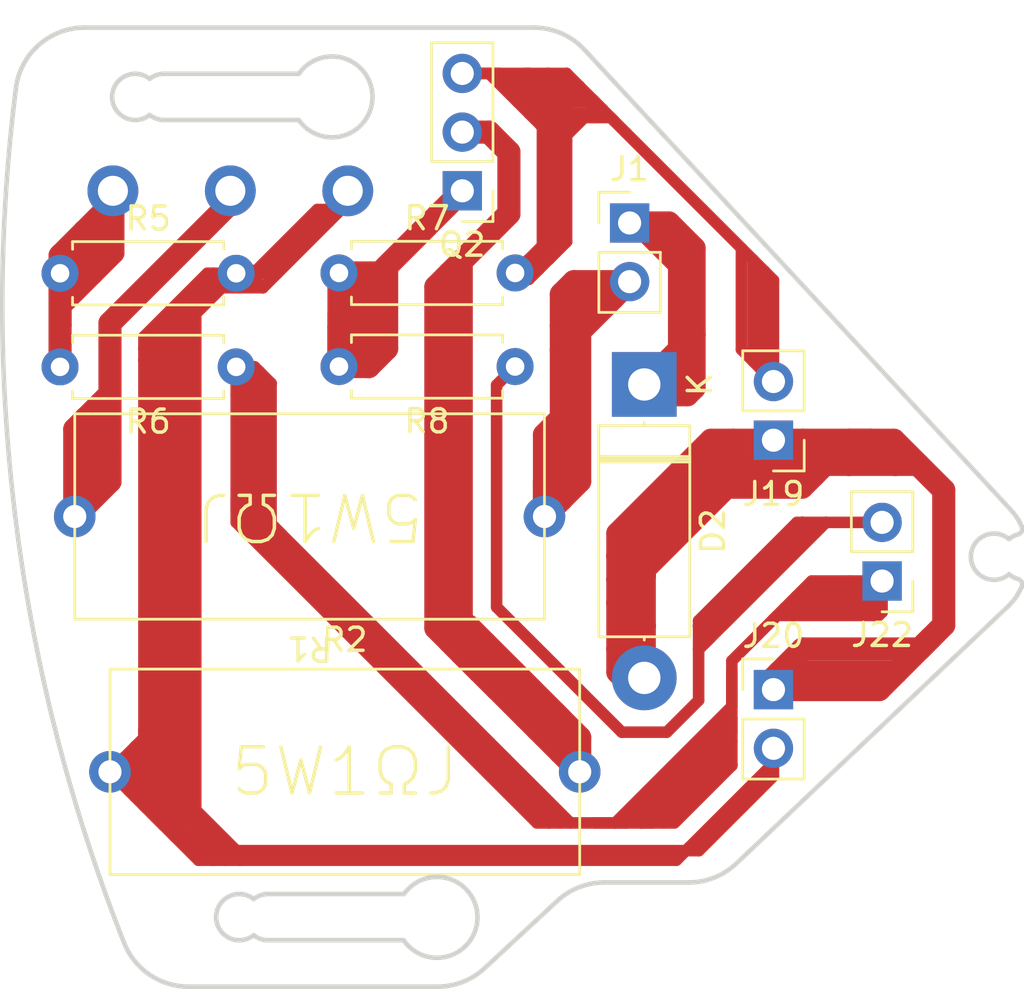
<source format=kicad_pcb>
(kicad_pcb (version 20221018) (generator pcbnew)
  (layers (0 "F.Cu" signal) (31 "B.Cu" signal) (34 "B.Paste" user) (35 "F.Paste" user) (36 "B.SilkS" user "B.Silkscreen") (37 "F.SilkS" user "F.Silkscreen") (38 "B.Mask" user) (39 "F.Mask" user) (44 "Edge.Cuts" user))
  (net 0 "")
  (net 1 "OUT+")
  (net 2 "capa-")
  (net 3 "Net-(D2-K)")
  (net 4 "Net-(J1-Pin_2)")
  (net 5 "OUT-")
  (net 6 "D2")
  (net 7 "D3")
  (net 8 "Net-(Q1-G)")
  (net 9 "Net-(Q1-D)")
  (net 10 "Net-(Q2-G)")
  (net 11 "Net-(Q2-D)")
  (footprint "Connector_PinHeader_2.54mm:PinHeader_1x02_P2.54mm_Vertical" (layer "F.Cu") (at 154.432 107.061 180)
    (fp_text reference "J22" (at 0 -2.33) (layer "F.SilkS"))
    (fp_text value "Conn_01x02_Socket" hide)
    (pad "1" thru_hole rect (at 0 0 180) (size 1.7 1.7) (drill 1) (layers "*.Cu" "*.Mask") (net 6 "D2"))
    (pad "2" thru_hole oval (at 0 2.54 180) (size 1.7 1.7) (drill 1) (layers "*.Cu" "*.Mask") (net 7 "D3"))
  )
  (footprint "_Others:5W 1Ω sement" (layer "F.Cu") (at 131.191 110.236)
    (fp_text reference "R2" (at 0 -0.635 unlocked) (layer "F.SilkS"))
    (fp_text value "R")
    (fp_text user "5W1ΩJ" (at 0 5.08 unlocked) (layer "F.SilkS") (effects (font (size 2 2))))
    (pad "1" thru_hole circle (at 10.16 5.08 180) (size 1.8 1.8) (drill 1) (layers "*.Cu" "*.Mask") (net 11 "Net-(Q2-D)"))
    (pad "2" thru_hole circle (at -10.16 5.08 180) (size 1.8 1.8) (drill 1) (layers "*.Cu" "*.Mask") (net 2 "capa-"))
  )
  (footprint "可変抵抗:FET" (layer "F.Cu") (at 126.238 85.09)
    (fp_text reference "Q1" hide)
    (fp_text value "Q_NMOS_GDS" hide)
    (pad "1" thru_hole circle (at -5.08 5.08) (size 2.2 2.2) (drill 1.3) (layers "*.Cu" "*.Mask") (net 8 "Net-(Q1-G)"))
    (pad "2" thru_hole circle (at 0 5.08) (size 2.2 2.2) (drill 1.3) (layers "*.Cu" "*.Mask") (net 9 "Net-(Q1-D)"))
    (pad "3" thru_hole circle (at 5.08 5.08) (size 2.2 2.2) (drill 1.3) (layers "*.Cu" "*.Mask") (net 2 "capa-"))
  )
  (footprint "Connector_PinHeader_2.54mm:PinHeader_1x02_P2.54mm_Vertical" (layer "F.Cu") (at 149.733 111.76)
    (fp_text reference "J20" (at 0 -2.33) (layer "F.SilkS"))
    (fp_text value "Conn_01x02_Socket" hide)
    (pad "1" thru_hole rect (at 0 0) (size 1.7 1.7) (drill 1) (layers "*.Cu" "*.Mask") (net 1 "OUT+"))
    (pad "2" thru_hole oval (at 0 2.54) (size 1.7 1.7) (drill 1) (layers "*.Cu" "*.Mask") (net 2 "capa-"))
  )
  (footprint "Resistor_THT:R_Axial_DIN0207_L6.3mm_D2.5mm_P7.62mm_Horizontal" (layer "F.Cu") (at 130.937 93.726)
    (fp_text reference "R7" (at 3.81 -2.37) (layer "F.SilkS"))
    (fp_text value "R")
    (pad "1" thru_hole circle (at 0 0) (size 1.6 1.6) (drill 0.8) (layers "*.Cu" "*.Mask") (net 10 "Net-(Q2-G)"))
    (pad "2" thru_hole oval (at 7.62 0) (size 1.6 1.6) (drill 0.8) (layers "*.Cu" "*.Mask") (net 5 "OUT-"))
  )
  (footprint "Connector_PinHeader_2.54mm:PinHeader_1x02_P2.54mm_Vertical" (layer "F.Cu") (at 143.51 91.562)
    (fp_text reference "J1" (at 0 -2.33) (layer "F.SilkS"))
    (fp_text value "Conn_01x02_Socket")
    (pad "1" thru_hole rect (at 0 0) (size 1.7 1.7) (drill 1) (layers "*.Cu" "*.Mask") (net 3 "Net-(D2-K)"))
    (pad "2" thru_hole oval (at 0 2.54) (size 1.7 1.7) (drill 1) (layers "*.Cu" "*.Mask") (net 4 "Net-(J1-Pin_2)"))
  )
  (footprint "Resistor_THT:R_Axial_DIN0207_L6.3mm_D2.5mm_P7.62mm_Horizontal" (layer "F.Cu") (at 126.492 97.79 180)
    (fp_text reference "R6" (at 3.81 -2.37) (layer "F.SilkS"))
    (fp_text value "R")
    (pad "1" thru_hole circle (at 0 0 180) (size 1.6 1.6) (drill 0.8) (layers "*.Cu" "*.Mask") (net 6 "D2"))
    (pad "2" thru_hole oval (at 7.62 0 180) (size 1.6 1.6) (drill 0.8) (layers "*.Cu" "*.Mask") (net 8 "Net-(Q1-G)"))
  )
  (footprint "Resistor_THT:R_Axial_DIN0207_L6.3mm_D2.5mm_P7.62mm_Horizontal" (layer "F.Cu") (at 138.557 97.776 180)
    (fp_text reference "R8" (at 3.81 -2.37) (layer "F.SilkS"))
    (fp_text value "R")
    (pad "1" thru_hole circle (at 0 0 180) (size 1.6 1.6) (drill 0.8) (layers "*.Cu" "*.Mask") (net 7 "D3"))
    (pad "2" thru_hole oval (at 7.62 0 180) (size 1.6 1.6) (drill 0.8) (layers "*.Cu" "*.Mask") (net 10 "Net-(Q2-G)"))
  )
  (footprint "_Others:5W 1Ω sement" (layer "F.Cu") (at 129.667 109.347 180)
    (fp_text reference "R1" (at 0 -0.635 180 unlocked) (layer "F.SilkS"))
    (fp_text value "R")
    (fp_text user "5W1ΩJ" (at 0 5.08 180 unlocked) (layer "F.SilkS") (effects (font (size 2 2))))
    (pad "1" thru_hole circle (at 10.16 5.08) (size 1.8 1.8) (drill 1) (layers "*.Cu" "*.Mask") (net 9 "Net-(Q1-D)"))
    (pad "2" thru_hole circle (at -10.16 5.08) (size 1.8 1.8) (drill 1) (layers "*.Cu" "*.Mask") (net 4 "Net-(J1-Pin_2)"))
  )
  (footprint "Connector_PinHeader_2.54mm:PinHeader_1x02_P2.54mm_Vertical" (layer "F.Cu") (at 149.733 100.965 180)
    (fp_text reference "J19" (at 0 -2.33) (layer "F.SilkS"))
    (fp_text value "Conn_01x02_Socket" hide)
    (pad "1" thru_hole rect (at 0 0 180) (size 1.7 1.7) (drill 1) (layers "*.Cu" "*.Mask") (net 1 "OUT+"))
    (pad "2" thru_hole oval (at 0 2.54 180) (size 1.7 1.7) (drill 1) (layers "*.Cu" "*.Mask") (net 5 "OUT-"))
  )
  (footprint "Resistor_THT:R_Axial_DIN0207_L6.3mm_D2.5mm_P7.62mm_Horizontal" (layer "F.Cu") (at 118.872 93.74)
    (fp_text reference "R5" (at 3.81 -2.37) (layer "F.SilkS"))
    (fp_text value "R")
    (pad "1" thru_hole circle (at 0 0) (size 1.6 1.6) (drill 0.8) (layers "*.Cu" "*.Mask") (net 8 "Net-(Q1-G)"))
    (pad "2" thru_hole oval (at 7.62 0) (size 1.6 1.6) (drill 0.8) (layers "*.Cu" "*.Mask") (net 2 "capa-"))
  )
  (footprint "Diode_THT:D_5W_P12.70mm_Horizontal" (layer "F.Cu") (at 144.145 98.552 -90)
    (fp_text reference "D2" (at 6.35 -2.97 90) (layer "F.SilkS"))
    (fp_text value "D")
    (fp_text user "K" (at 0 -2.4 90) (layer "F.SilkS"))
    (pad "1" thru_hole rect (at 0 0 270) (size 2.8 2.8) (drill 1.4) (layers "*.Cu" "*.Mask") (net 3 "Net-(D2-K)"))
    (pad "2" thru_hole oval (at 12.7 0 270) (size 2.8 2.8) (drill 1.4) (layers "*.Cu" "*.Mask") (net 1 "OUT+"))
  )
  (footprint "Connector_PinHeader_2.54mm:PinHeader_1x03_P2.54mm_Vertical" (layer "F.Cu") (at 136.271 90.17 180)
    (fp_text reference "Q2" (at 0 -2.33) (layer "F.SilkS"))
    (fp_text value "Q_NMOS_GDS")
    (pad "1" thru_hole rect (at 0 0 180) (size 1.7 1.7) (drill 1) (layers "*.Cu" "*.Mask") (net 10 "Net-(Q2-G)"))
    (pad "2" thru_hole oval (at 0 2.54 180) (size 1.7 1.7) (drill 1) (layers "*.Cu" "*.Mask") (net 11 "Net-(Q2-D)"))
    (pad "3" thru_hole oval (at 0 5.08 180) (size 1.7 1.7) (drill 1) (layers "*.Cu" "*.Mask") (net 5 "OUT-"))
  )
  (gr_arc (start 160.285124 107.668722) (mid 160.082508 107.938715) (end 159.850853 108.184246) (stroke (width 0.2)) (layer "Edge.Cuts"))
  (gr_arc (start 133.749618 120.605624) (mid 136.928575 121.628167) (end 133.735465 122.605624) (stroke (width 0.2)) (layer "Edge.Cuts"))
  (gr_arc (start 160.310808 106.97046) (mid 160.472764 107.108496) (end 160.469769 107.321309) (stroke (width 0.2)) (layer "Edge.Cuts"))
  (gr_arc (start 159.923665 105.245691) (mid 160.10588 105.121783) (end 160.310808 105.04079) (stroke (width 0.2)) (layer "Edge.Cuts"))
  (gr_arc (start 127.248665 120.825) (mid 127.484035 120.684653) (end 127.748665 120.613468) (stroke (width 0.2)) (layer "Edge.Cuts"))
  (gr_line (start 139.358728 83.105625) (end 119.938379 83.105625) (stroke (width 0.2)) (layer "Edge.Cuts"))
  (gr_arc (start 148.12934 119.283938) (mid 147.176781 119.89265) (end 146.066586 120.105625) (stroke (width 0.2)) (layer "Edge.Cuts"))
  (gr_line (start 148.12934 119.283938) (end 159.850853 108.184246) (stroke (width 0.2)) (layer "Edge.Cuts"))
  (gr_arc (start 123.373663 87.105625) (mid 123.042473 87.049189) (end 122.748664 86.886251) (stroke (width 0.2)) (layer "Edge.Cuts"))
  (gr_arc (start 160.469769 104.689941) (mid 160.472837 104.902787) (end 160.310808 105.04079) (stroke (width 0.2)) (layer "Edge.Cuts"))
  (gr_arc (start 124.431814 124.615787) (mid 122.745689 124.097072) (end 121.64257 122.720377) (stroke (width 0.2)) (layer "Edge.Cuts"))
  (gr_arc (start 160.310808 106.97046) (mid 160.10588 106.889467) (end 159.923665 106.765559) (stroke (width 0.2)) (layer "Edge.Cuts"))
  (gr_line (start 159.989207 103.967521) (end 141.559836 84.067213) (stroke (width 0.2)) (layer "Edge.Cuts"))
  (gr_line (start 127.741699 122.605624) (end 133.735465 122.605624) (stroke (width 0.2)) (layer "Edge.Cuts"))
  (gr_arc (start 160.469769 107.321309) (mid 160.395518 107.463662) (end 160.313762 107.601841) (stroke (width 0.2)) (layer "Edge.Cuts"))
  (gr_line (start 127.748665 122.597781) (end 127.741699 122.605624) (stroke (width 0.2)) (layer "Edge.Cuts"))
  (gr_line (start 160.469769 104.689941) (end 160.37561 104.512346) (stroke (width 0.2)) (layer "Edge.Cuts"))
  (gr_arc (start 129.201596 85.105625) (mid 132.387786 86.105625) (end 129.201597 87.105625) (stroke (width 0.2)) (layer "Edge.Cuts"))
  (gr_arc (start 116.961908 85.730625) (mid 117.954066 83.85563) (end 119.938379 83.105625) (stroke (width 0.2)) (layer "Edge.Cuts"))
  (gr_arc (start 127.748665 122.597781) (mid 127.484035 122.526596) (end 127.248665 122.386249) (stroke (width 0.2)) (layer "Edge.Cuts"))
  (gr_line (start 137.236319 123.816895) (end 140.381147 120.904518) (stroke (width 0.2)) (layer "Edge.Cuts"))
  (gr_line (start 160.37561 104.512346) (end 160.386175 104.505933) (stroke (width 0.2)) (layer "Edge.Cuts"))
  (gr_line (start 124.431814 124.615787) (end 135.197907 124.615787) (stroke (width 0.2)) (layer "Edge.Cuts"))
  (gr_arc (start 160.313762 107.601841) (mid 160.302518 107.636599) (end 160.285124 107.668722) (stroke (width 0.2)) (layer "Edge.Cuts"))
  (gr_line (start 133.749618 120.605624) (end 127.741699 120.605624) (stroke (width 0.2)) (layer "Edge.Cuts"))
  (gr_arc (start 159.923665 106.765559) (mid 158.273664 106.005625) (end 159.923665 105.245691) (stroke (width 0.2)) (layer "Edge.Cuts"))
  (gr_arc (start 139.358728 83.105625) (mid 140.559728 83.356501) (end 141.559836 84.067213) (stroke (width 0.2)) (layer "Edge.Cuts"))
  (gr_arc (start 127.248665 122.386249) (mid 125.623664 121.605625) (end 127.248665 120.825) (stroke (width 0.2)) (layer "Edge.Cuts"))
  (gr_line (start 123.373663 87.105625) (end 129.201597 87.105625) (stroke (width 0.2)) (layer "Edge.Cuts"))
  (gr_line (start 127.741699 120.605624) (end 127.748665 120.613468) (stroke (width 0.2)) (layer "Edge.Cuts"))
  (gr_arc (start 121.64257 122.720377) (mid 116.967006 104.521) (end 116.961908 85.730625) (stroke (width 0.2)) (layer "Edge.Cuts"))
  (gr_arc (start 159.989207 103.967521) (mid 160.202748 104.225626) (end 160.386175 104.505933) (stroke (width 0.2)) (layer "Edge.Cuts"))
  (gr_arc (start 140.381147 120.904518) (mid 141.324872 120.312479) (end 142.419559 120.105625) (stroke (width 0.2)) (layer "Edge.Cuts"))
  (gr_arc (start 137.236319 123.816895) (mid 136.292597 124.408953) (end 135.197907 124.615787) (stroke (width 0.2)) (layer "Edge.Cuts"))
  (gr_line (start 142.419559 120.105625) (end 146.066586 120.105625) (stroke (width 0.2)) (layer "Edge.Cuts"))
  (gr_arc (start 122.748664 86.886251) (mid 121.123663 86.105625) (end 122.748664 85.324999) (stroke (width 0.2)) (layer "Edge.Cuts"))
  (gr_line (start 129.201596 85.105625) (end 123.37319 85.105625) (stroke (width 0.2)) (layer "Edge.Cuts"))
  (gr_arc (start 122.748664 85.324999) (mid 123.042249 85.162139) (end 123.37319 85.105625) (stroke (width 0.2)) (layer "Edge.Cuts"))
  (segment (start 147.5 102.5) (end 143 107) (width 1) (layer "F.Cu") (net 1))
  (segment (start 149.733 111.267) (end 150 111) (width 1) (layer "F.Cu") (net 1))
  (segment (start 157.099 108.966) (end 156.5325 109.5325) (width 1) (layer "F.Cu") (net 1))
  (segment (start 150.965 101) (end 149.4825 102.4825) (width 1) (layer "F.Cu") (net 1))
  (segment (start 151 100.965) (end 153 100.965) (width 1) (layer "F.Cu") (net 1))
  (segment (start 155 111) (end 150 111) (width 1) (layer "F.Cu") (net 1))
  (segment (start 144 109) (end 143 110) (width 1) (layer "F.Cu") (net 1))
  (segment (start 144.145 109) (end 144.145 106.553) (width 1) (layer "F.Cu") (net 1))
  (segment (start 143.145 108) (end 144.145 109) (width 1) (layer "F.Cu") (net 1))
  (segment (start 153 100.965) (end 154.94 100.965) (width 1) (layer "F.Cu") (net 1))
  (segment (start 144.145 109) (end 144 109) (width 1) (layer "F.Cu") (net 1))
  (segment (start 150.7505 101.9825) (end 149.733 100.965) (width 1) (layer "F.Cu") (net 1))
  (segment (start 143.252 111.252) (end 143 111) (width 1) (layer "F.Cu") (net 1))
  (segment (start 143 106) (end 143 105.965) (width 1) (layer "F.Cu") (net 1))
  (segment (start 153.9525 100.965) (end 155 102.0125) (width 1) (layer "F.Cu") (net 1))
  (segment (start 153.9525 101.06) (end 153 102.0125) (width 1) (layer "F.Cu") (net 1))
  (segment (start 149.035 100.965) (end 148.5 101.5) (width 1) (layer "F.Cu") (net 1))
  (segment (start 144.145 111.252) (end 144.145 109) (width 1) (layer "F.Cu") (net 1))
  (segment (start 143 107) (end 143 106) (width 1) (layer "F.Cu") (net 1))
  (segment (start 143 111) (end 143 110) (width 1) (layer "F.Cu") (net 1))
  (segment (start 143 105.965) (end 148 100.965) (width 1) (layer "F.Cu") (net 1))
  (segment (start 148.5 101.5) (end 147.5 102.5) (width 1) (layer "F.Cu") (net 1))
  (segment (start 144.145 111.252) (end 143.252 111.252) (width 1) (layer "F.Cu") (net 1))
  (segment (start 147.5 102.5) (end 148 103) (width 1) (layer "F.Cu") (net 1))
  (segment (start 149.733 111.76) (end 149.733 111.267) (width 1) (layer "F.Cu") (net 1))
  (segment (start 154.94 100.965) (end 155.9875 102.0125) (width 1) (layer "F.Cu") (net 1))
  (segment (start 151 101) (end 150.965 101) (width 1) (layer "F.Cu") (net 1))
  (segment (start 151 101) (end 151.9825 101.9825) (width 1) (layer "F.Cu") (net 1))
  (segment (start 155.9875 102.0125) (end 157.099 103.124) (width 1) (layer "F.Cu") (net 1))
  (segment (start 144.145 106.553) (end 149.733 100.965) (width 1) (layer "F.Cu") (net 1))
  (segment (start 151.9825 101.9825) (end 153 100.965) (width 1) (layer "F.Cu") (net 1))
  (segment (start 156.5325 109.5325) (end 155.0325 111.0325) (width 1) (layer "F.Cu") (net 1))
  (segment (start 144.145 106.855) (end 143 108) (width 1) (layer "F.Cu") (net 1))
  (segment (start 149.733 100.965) (end 151 100.965) (width 1) (layer "F.Cu") (net 1))
  (segment (start 143 108) (end 143.145 108) (width 1) (layer "F.Cu") (net 1))
  (segment (start 143 110) (end 143 108) (width 1) (layer "F.Cu") (net 1))
  (segment (start 148.5 101.5) (end 149.4825 102.4825) (width 1) (layer "F.Cu") (net 1))
  (segment (start 151 100.965) (end 151 101) (width 1) (layer "F.Cu") (net 1))
  (segment (start 155 102.0125) (end 155.9875 102.0125) (width 1) (layer "F.Cu") (net 1))
  (segment (start 150.965 103) (end 151.4825 102.4825) (width 1) (layer "F.Cu") (net 1))
  (segment (start 149.733 100.965) (end 149.035 100.965) (width 1) (layer "F.Cu") (net 1))
  (segment (start 148 100.965) (end 149.733 100.965) (width 1) (layer "F.Cu") (net 1))
  (segment (start 157.099 103.124) (end 157.099 108.966) (width 1) (layer "F.Cu") (net 1))
  (segment (start 144.145 106.553) (end 144.145 106.855) (width 1) (layer "F.Cu") (net 1))
  (segment (start 151.9825 101.9825) (end 150.7505 101.9825) (width 1) (layer "F.Cu") (net 1))
  (segment (start 155.0325 111.0325) (end 155 111) (width 1) (layer "F.Cu") (net 1))
  (segment (start 155.0325 111.0325) (end 154.305 111.76) (width 1) (layer "F.Cu") (net 1))
  (segment (start 154.305 111.76) (end 149.733 111.76) (width 1) (layer "F.Cu") (net 1))
  (segment (start 143 106) (end 143 105) (width 1) (layer "F.Cu") (net 1))
  (segment (start 156.065 110) (end 156.5325 109.5325) (width 1) (layer "F.Cu") (net 1))
  (segment (start 147.035 100.965) (end 148 100.965) (width 1) (layer "F.Cu") (net 1))
  (segment (start 152.0125 102.0125) (end 153 102.0125) (width 1) (layer "F.Cu") (net 1))
  (segment (start 153 100.965) (end 153.9525 100.965) (width 1) (layer "F.Cu") (net 1))
  (segment (start 143 105) (end 147.035 100.965) (width 1) (layer "F.Cu") (net 1))
  (segment (start 151.9825 101.9825) (end 152.0125 102.0125) (width 1) (layer "F.Cu") (net 1))
  (segment (start 149.4825 102.4825) (end 151.4825 102.4825) (width 1) (layer "F.Cu") (net 1))
  (segment (start 151 110) (end 156.065 110) (width 1) (layer "F.Cu") (net 1))
  (segment (start 148 103) (end 150.965 103) (width 1) (layer "F.Cu") (net 1))
  (segment (start 143 108) (end 143 107) (width 1) (layer "F.Cu") (net 1))
  (segment (start 150 111) (end 151 110) (width 1) (layer "F.Cu") (net 1))
  (segment (start 151.4825 102.4825) (end 151.9825 101.9825) (width 1) (layer "F.Cu") (net 1))
  (segment (start 153.9525 100.965) (end 153.9525 101.06) (width 1) (layer "F.Cu") (net 1))
  (segment (start 153 102.0125) (end 155 102.0125) (width 1) (layer "F.Cu") (net 1))
  (segment (start 145.533141 119.1425) (end 146.087821 118.587821) (width 0.5) (layer "F.Cu") (net 2))
  (segment (start 124 96) (end 123.75 96.25) (width 0.5) (layer "F.Cu") (net 2))
  (segment (start 145.946446 118.729195) (end 126.5 118.729195) (width 0.5) (layer "F.Cu") (net 2))
  (segment (start 122.5 97.5) (end 122.5 97) (width 0.5) (layer "F.Cu") (net 2))
  (segment (start 127.5 93.74) (end 126.492 93.74) (width 0.5) (layer "F.Cu") (net 2))
  (segment (start 123.5 96.5) (end 123 97) (width 0.5) (layer "F.Cu") (net 2))
  (segment (start 123.8575 118.1425) (end 124.8575 119.1425) (width 0.5) (layer "F.Cu") (net 2))
  (segment (start 127.019 93.74) (end 127.645 94.366) (width 0.5) (layer "F.Cu") (net 2))
  (segment (start 130 91) (end 130.25 91.25) (width 0.5) (layer "F.Cu") (net 2))
  (segment (start 128.271 93.74) (end 127.5 93.74) (width 0.5) (layer "F.Cu") (net 2))
  (segment (start 126.492 93.74) (end 127.019 93.74) (width 0.5) (layer "F.Cu") (net 2))
  (segment (start 126.492 93.74) (end 125.866 94.366) (width 0.5) (layer "F.Cu") (net 2))
  (segment (start 124 117.1425) (end 126 119.1425) (width 0.5) (layer "F.Cu") (net 2))
  (segment (start 123.75 96.25) (end 123.5 96.5) (width 0.5) (layer "F.Cu") (net 2))
  (segment (start 122.8575 117.1425) (end 123.3575 117.6425) (width 0.5) (layer "F.Cu") (net 2))
  (segment (start 121.031 115.316) (end 121.8575 116.1425) (width 0.5) (layer "F.Cu") (net 2))
  (segment (start 131.318 90.693) (end 130.5055 91.5055) (width 0.5) (layer "F.Cu") (net 2))
  (segment (start 125.5 93.74) (end 126.492 93.74) (width 0.5) (layer "F.Cu") (net 2))
  (segment (start 130.5055 91.5055) (end 128.271 93.74) (width 0.5) (layer "F.Cu") (net 2))
  (segment (start 122.5 113.847) (end 122.1735 114.1735) (width 0.5) (layer "F.Cu") (net 2))
  (segment (start 124.3575 118) (end 125.5 119.1425) (width 0.5) (layer "F.Cu") (net 2))
  (segment (start 124 96) (end 124 117) (width 0.5) (layer "F.Cu") (net 2))
  (segment (start 125.5 94) (end 125.866 94.366) (width 0.5) (layer "F.Cu") (net 2))
  (segment (start 122.6075 116.8925) (end 122.8575 117.1425) (width 0.5) (layer "F.Cu") (net 2))
  (segment (start 125.634 94.366) (end 124.25 95.75) (width 0.5) (layer "F.Cu") (net 2))
  (segment (start 123 97) (end 122.8575 97.1425) (width 0.5) (layer "F.Cu") (net 2))
  (segment (start 126.5 118.729195) (end 124.742 116.971195) (width 0.5) (layer "F.Cu") (net 2))
  (segment (start 123.75 118.035) (end 123.75 96.25) (width 0.5) (layer "F.Cu") (net 2))
  (segment (start 122.5 113.5) (end 122.5 116.785) (width 0.5) (layer "F.Cu") (net 2))
  (segment (start 121.8575 114.8575) (end 121.8575 116.1425) (width 0.5) (layer "F.Cu") (net 2))
  (segment (start 124.25 95.75) (end 124.371 95.871) (width 0.5) (layer "F.Cu") (net 2))
  (segment (start 123.8575 118.1425) (end 123.75 118.035) (width 0.5) (layer "F.Cu") (net 2))
  (segment (start 146.505886 118.729195) (end 145.946446 118.729195) (width 0.5) (layer "F.Cu") (net 2))
  (segment (start 127.76 93.74) (end 130.25 91.25) (width 0.5) (layer "F.Cu") (net 2))
  (segment (start 124.8575 119.1425) (end 125.5 119.1425) (width 0.5) (layer "F.Cu") (net 2))
  (segment (start 122.5 97) (end 122.5 96.48161) (width 0.5) (layer "F.Cu") (net 2))
  (segment (start 127.5 93.74) (end 127.24 93.74) (width 0.5) (layer "F.Cu") (net 2))
  (segment (start 124.371 110.871) (end 124.742 110.5) (width 0.5) (layer "F.Cu") (net 2))
  (segment (start 123.371 96.629) (end 123.371 117.629) (width 0.5) (layer "F.Cu") (net 2))
  (segment (start 149.733 114.3) (end 149.733 114.942641) (width 0.5) (layer "F.Cu") (net 2))
  (segment (start 122.1735 114.1735) (end 121.6735 114.6735) (width 0.5) (layer "F.Cu") (net 2))
  (segment (start 121.8575 116.1425) (end 122.1075 116.3925) (width 0.5) (layer "F.Cu") (net 2))
  (segment (start 130.25 91.25) (end 130.5055 91.5055) (width 0.5) (layer "F.Cu") (net 2))
  (segment (start 121.6735 114.6735) (end 121.8575 114.8575) (width 0.5) (layer "F.Cu") (net 2))
  (segment (start 130 90.98) (end 130.508 90.98) (width 0.5) (layer "F.Cu") (net 2))
  (segment (start 130 91.24) (end 127.5 93.74) (width 0.5) (layer "F.Cu") (net 2))
  (segment (start 124 117) (end 124 117.1425) (width 0.5) (layer "F.Cu") (net 2))
  (segment (start 126.726534 93.74) (end 126.492 93.74) (width 1) (layer "F.Cu") (net 2))
  (segment (start 125.5 94) (end 122.5 97) (width 0.5) (layer "F.Cu") (net 2))
  (segment (start 122.5 116.785) (end 122.6075 116.8925) (width 0.5) (layer "F.Cu") (net 2))
  (segment (start 122.5 96.48161) (end 125.24161 93.74) (width 0.5) (layer "F.Cu") (net 2))
  (segment (start 149.733 114.942641) (end 146.087821 118.587821) (width 0.5) (layer "F.Cu") (net 2))
  (segment (start 125.866 94.366) (end 124.742 95.49) (width 0.5) (layer "F.Cu") (net 2))
  (segment (start 127.645 94.366) (end 128.271 93.74) (width 0.5) (layer "F.Cu") (net 2))
  (segment (start 149.733 114.3) (end 149.733 115.502081) (width 0.5) (layer "F.Cu") (net 2))
  (segment (start 126.5 119) (end 126.6425 119.1425) (width 0.5) (layer "F.Cu") (net 2))
  (segment (start 125.24161 93.74) (end 125.5 93.74) (width 0.5) (layer "F.Cu") (net 2))
  (segment (start 130.508 90.98) (end 131.318 90.17) (width 0.5) (layer "F.Cu") (net 2))
  (segment (start 125.634 94.366) (end 127.645 94.366) (width 0.5) (layer "F.Cu") (net 2))
  (segment (start 123 97) (end 122.5 97.5) (width 0.5) (layer "F.Cu") (net 2))
  (segment (start 123.3575 117.6425) (end 123.8575 118.1425) (width 0.5) (layer "F.Cu") (net 2))
  (segment (start 122.1075 114.2395) (end 122.1075 116.3925) (width 0.5) (layer "F.Cu") (net 2))
  (segment (start 124 117) (end 124 118) (width 0.5) (layer "F.Cu") (net 2))
  (segment (start 124.742 116.971195) (end 124.742 110.5) (width 0.5) (layer "F.Cu") (net 2))
  (segment (start 130 90.98) (end 127.24 93.74) (width 0.5) (layer "F.Cu") (net 2))
  (segment (start 122.5 97.5) (end 122.5 113.5) (width 0.5) (layer "F.Cu") (net 2))
  (segment (start 122.1075 116.3925) (end 122.6075 116.8925) (width 0.5) (layer "F.Cu") (net 2))
  (segment (start 127 93.5) (end 126.866 93.366) (width 0.5) (layer "F.Cu") (net 2))
  (segment (start 123.371 117.629) (end 123.3575 117.6425) (width 0.5) (layer "F.Cu") (net 2))
  (segment (start 125.866 94.366) (end 125.634 94.366) (width 0.5) (layer "F.Cu") (net 2))
  (segment (start 127.5 93.74) (end 127.76 93.74) (width 0.5) (layer "F.Cu") (net 2))
  (segment (start 127.24 93.74) (end 127 93.5) (width 0.5) (layer "F.Cu") (net 2))
  (segment (start 129.988 91.5) (end 131.318 90.17) (width 0.5) (layer "F.Cu") (net 2))
  (segment (start 124.371 95.871) (end 124.371 110.871) (width 0.5) (layer "F.Cu") (net 2))
  (segment (start 124.371 116.871) (end 126.5 119) (width 0.5) (layer "F.Cu") (net 2))
  (segment (start 122.5 113.5) (end 122.5 113.847) (width 0.5) (layer "F.Cu") (net 2))
  (segment (start 130 91) (end 130 91.24) (width 0.5) (layer "F.Cu") (net 2))
  (segment (start 126.492 93.74) (end 126.866 93.366) (width 0.5) (layer "F.Cu") (net 2))
  (segment (start 123.3575 117.6425) (end 123 117.285) (width 0.5) (layer "F.Cu") (net 2))
  (segment (start 124.25 95.75) (end 124 96) (width 0.5) (layer "F.Cu") (net 2))
  (segment (start 124.742 95.49) (end 124.742 110.5) (width 0.5) (layer "F.Cu") (net 2))
  (segment (start 124 118) (end 124.3575 118) (width 0.5) (layer "F.Cu") (net 2))
  (segment (start 126 119.1425) (end 126.6425 119.1425) (width 0.5) (layer "F.Cu") (net 2))
  (segment (start 125.5 93.74) (end 125.5 94) (width 0.5) (layer "F.Cu") (net 2))
  (segment (start 146.087821 118.587821) (end 145.946446 118.729195) (width 0.5) (layer "F.Cu") (net 2))
  (segment (start 126.6425 119.1425) (end 145.533141 119.1425) (width 0.5) (layer "F.Cu") (net 2))
  (segment (start 122.1735 114.1735) (end 122.1075 114.2395) (width 0.5) (layer "F.Cu") (net 2))
  (segment (start 121.6735 114.6735) (end 121.031 115.316) (width 0.5) (layer "F.Cu") (net 2))
  (segment (start 123 117.285) (end 123 97) (width 0.5) (layer "F.Cu") (net 2))
  (segment (start 123.5 96.5) (end 123.371 96.629) (width 0.5) (layer "F.Cu") (net 2))
  (segment (start 124.371 110.871) (end 124.371 116.871) (width 0.5) (layer "F.Cu") (net 2))
  (segment (start 125.5 119.1425) (end 126 119.1425) (width 0.5) (layer "F.Cu") (net 2))
  (segment (start 149.733 115.502081) (end 146.505886 118.729195) (width 0.5) (layer "F.Cu") (net 2))
  (segment (start 122.8575 97.1425) (end 122.8575 117.1425) (width 0.5) (layer "F.Cu") (net 2))
  (segment (start 145.669 97.028) (end 145.669 93.361862) (width 1) (layer "F.Cu") (net 3))
  (segment (start 146 99) (end 144.593 99) (width 1) (layer "F.Cu") (net 3))
  (segment (start 146 99) (end 146 97.359) (width 1) (layer "F.Cu") (net 3))
  (segment (start 146 97.359) (end 145.669 97.028) (width 1) (layer "F.Cu") (net 3))
  (segment (start 145.205836 91.562) (end 146.3 92.656164) (width 1) (layer "F.Cu") (net 3))
  (segment (start 146.3 96.397) (end 145.669 97.028) (width 1) (layer "F.Cu") (net 3))
  (segment (start 143.869138 91.562) (end 145.669 93.361862) (width 1) (layer "F.Cu") (net 3))
  (segment (start 144.593 99) (end 144.145 98.552) (width 1) (layer "F.Cu") (net 3))
  (segment (start 144.145 98.552) (end 145.669 97.028) (width 1) (layer "F.Cu") (net 3))
  (segment (start 143.51 91.562) (end 143.869138 91.562) (width 1) (layer "F.Cu") (net 3))
  (segment (start 146.3 96.397) (end 146.3 98.7) (width 1) (layer "F.Cu") (net 3))
  (segment (start 143.51 91.562) (end 145.205836 91.562) (width 1) (layer "F.Cu") (net 3))
  (segment (start 146.3 92.656164) (end 146.3 96.397) (width 1) (layer "F.Cu") (net 3))
  (segment (start 146.3 98.7) (end 146 99) (width 1) (layer "F.Cu") (net 3))
  (segment (start 141.351 102.743) (end 141.351 96.261) (width 1) (layer "F.Cu") (net 4))
  (segment (start 139.827 102.73) (end 140.557 102) (width 1) (layer "F.Cu") (net 4))
  (segment (start 140.557 94.647) (end 140.557 96) (width 1) (layer "F.Cu") (net 4))
  (segment (start 140.557 96) (end 140.602 96) (width 1) (layer "F.Cu") (net 4))
  (segment (start 140.557 96) (end 140.557 97.055) (width 1) (layer "F.Cu") (net 4))
  (segment (start 140.602 94.602) (end 142 94.602) (width 1) (layer "F.Cu") (net 4))
  (segment (start 141.102 94.102) (end 140.602 94.602) (width 1) (layer "F.Cu") (net 4))
  (segment (start 143.51 94.102) (end 141.102 94.102) (width 1) (layer "F.Cu") (net 4))
  (segment (start 139.827 104.267) (end 139.827 100.73) (width 1) (layer "F.Cu") (net 4))
  (segment (start 139.827 104.267) (end 140.547 103.547) (width 1) (layer "F.Cu") (net 4))
  (segment (start 142 94.602) (end 142.602 94.602) (width 1) (layer "F.Cu") (net 4))
  (segment (start 140.547 103.547) (end 140.557 103.537) (width 1) (layer "F.Cu") (net 4))
  (segment (start 142.806 94.806) (end 143.51 94.102) (width 1) (layer "F.Cu") (net 4))
  (segment (start 140.547 103.547) (end 141.351 102.743) (width 1) (layer "F.Cu") (net 4))
  (segment (start 140.602 96) (end 142 94.602) (width 1) (layer "F.Cu") (net 4))
  (segment (start 140.557 97.055) (end 141.351 96.261) (width 1) (layer "F.Cu") (net 4))
  (segment (start 141.351 96.261) (end 142.806 94.806) (width 1) (layer "F.Cu") (net 4))
  (segment (start 140.557 102) (end 140.557 100) (width 1) (layer "F.Cu") (net 4))
  (segment (start 140.557 103.537) (end 140.557 102) (width 1) (layer "F.Cu") (net 4))
  (segment (start 139.827 100.73) (end 140.557 100) (width 1) (layer "F.Cu") (net 4))
  (segment (start 139.827 104.267) (end 139.827 102.73) (width 1) (layer "F.Cu") (net 4))
  (segment (start 140.602 94.602) (end 140.557 94.647) (width 1) (layer "F.Cu") (net 4))
  (segment (start 140.557 100) (end 140.557 97.055) (width 1) (layer "F.Cu") (net 4))
  (segment (start 142.602 94.602) (end 142.806 94.806) (width 1) (layer "F.Cu") (net 4))
  (segment (start 139.668559 87.331441) (end 139.7385 87.401381) (width 0.5) (layer "F.Cu") (net 5))
  (segment (start 140.658892 86) (end 140.784446 85.874446) (width 0.5) (layer "F.Cu") (net 5))
  (segment (start 140.784446 88) (end 137.892223 85.107777) (width 0.5) (layer "F.Cu") (net 5))
  (segment (start 141.131669 85.652777) (end 141.347223 85.652777) (width 0.5) (layer "F.Cu") (net 5))
  (segment (start 137.427119 85.09) (end 138.668559 86.331441) (width 0.5) (layer "F.Cu") (net 5))
  (segment (start 140.784446 87) (end 142 87) (width 0.5) (layer "F.Cu") (net 5))
  (segment (start 140.076695 86) (end 140 85.923305) (width 0.5) (layer "F.Cu") (net 5))
  (segment (start 140 85.09) (end 139 85.09) (width 0.5) (layer "F.Cu") (net 5))
  (segment (start 140.076695 92) (end 140.076695 86) (width 0.5) (layer "F.Cu") (net 5))
  (segment (start 140.076695 86) (end 140.076695 85.166695) (width 0.5) (layer "F.Cu") (net 5))
  (segment (start 148.347223 92.652777) (end 143.347223 87.652777) (width 0.5) (layer "F.Cu") (net 5))
  (segment (start 140.445639 88.108521) (end 140.445639 87) (width 0.5) (layer "F.Cu") (net 5))
  (segment (start 140.445639 86.213253) (end 141.786747 86.213253) (width 0.5) (layer "F.Cu") (net 5))
  (segment (start 140.445639 87) (end 138.553416 85.107777) (width 0.5) (layer "F.Cu") (net 5))
  (segment (start 149.347223 93.652777) (end 149.347223 97.652777) (width 0.5) (layer "F.Cu") (net 5))
  (segment (start 139.1415 93.1415) (end 139.576695 93.576695) (width 0.5) (layer "F.Cu") (net 5))
  (segment (start 142 87) (end 142.694446 87) (width 0.5) (layer "F.Cu") (net 5))
  (segment (start 141.786747 86.213253) (end 141.907699 86.213253) (width 0.5) (layer "F.Cu") (net 5))
  (segment (start 142.847223 87.152777) (end 142.347223 86.652777) (width 0.5) (layer "F.Cu") (net 5))
  (segment (start 140.445639 88.108521) (end 139.668559 87.331441) (width 0.5) (layer "F.Cu") (net 5))
  (segment (start 139.1415 93.1415) (end 138.557 93.726) (width 0.5) (layer "F.Cu") (net 5))
  (segment (start 140.784446 86) (end 140.784446 85.09) (width 0.5) (layer "F.Cu") (net 5))
  (segment (start 143.347223 87.652777) (end 142.847223 87.152777) (width 0.5) (layer "F.Cu") (net 5))
  (segment (start 140.784446 86) (end 141.131669 85.652777) (width 0.5) (layer "F.Cu") (net 5))
  (segment (start 142 86.426506) (end 141.904935 86.331441) (width 0.5) (layer "F.Cu") (net 5))
  (segment (start 137.892223 85.107777) (end 137.874446 85.09) (width 0.5) (layer "F.Cu") (net 5))
  (segment (start 140.445639 92.368944) (end 140.445639 88.108521) (width 0.5) (layer "F.Cu") (net 5))
  (segment (start 149.733 98.425) (end 149.733 94.038554) (width 0.5) (layer "F.Cu") (net 5))
  (segment (start 149.154 97.846) (end 149.733 98.425) (width 0.5) (layer "F.Cu") (net 5))
  (segment (start 140.076695 92.882695) (end 139.7385 92.5445) (width 0.5) (layer "F.Cu") (net 5))
  (segment (start 140.445639 87) (end 140.445639 86.213253) (width 0.5) (layer "F.Cu") (net 5))
  (segment (start 149.733 98.425) (end 148.347223 97.039223) (width 0.5) (layer "F.Cu") (net 5))
  (segment (start 139.15339 94) (end 139.576695 93.576695) (width 0.5) (layer "F.Cu") (net 5))
  (segment (start 138.831 94) (end 139.15339 94) (width 0.5) (layer "F.Cu") (net 5))
  (segment (start 140.784446 92.368944) (end 140.445639 92.368944) (width 0.5) (layer "F.Cu") (net 5))
  (segment (start 142.694446 87) (end 142.847223 87.152777) (width 0.5) (layer "F.Cu") (net 5))
  (segment (start 139.576695 93.576695) (end 140.784446 92.368944) (width 0.5) (layer "F.Cu") (net 5))
  (segment (start 141.904935 86.331441) (end 141.904935 86.649225) (width 0.5) (layer "F.Cu") (net 5))
  (segment (start 149.154 93.846) (end 149.154 97.846) (width 0.5) (layer "F.Cu") (net 5))
  (segment (start 140.784446 92.368944) (end 140.784446 88) (width 0.5) (layer "F.Cu") (net 5))
  (segment (start 140.784446 87) (end 140.784446 86) (width 0.5) (layer "F.Cu") (net 5))
  (segment (start 142 86.426506) (end 141.786747 86.213253) (width 0.5) (layer "F.Cu") (net 5))
  (segment (start 137.874446 85.09) (end 136.271 85.09) (width 0.5) (layer "F.Cu") (net 5))
  (segment (start 140.445639 86.213253) (end 140.658892 86) (width 0.5) (layer "F.Cu") (net 5))
  (segment (start 149.347223 93.652777) (end 148.847223 93.152777) (width 0.5) (layer "F.Cu") (net 5))
  (segment (start 141.347223 85.652777) (end 140.784446 85.09) (width 0.5) (layer "F.Cu") (net 5))
  (segment (start 148.847223 93.152777) (end 148.847223 97.539223) (width 0.5) (layer "F.Cu") (net 5))
  (segment (start 149.733 94.038554) (end 149.347223 93.652777) (width 0.5) (layer "F.Cu") (net 5))
  (segment (start 139.7385 87.401381) (end 139.7385 92.5445) (width 0.5) (layer "F.Cu") (net 5))
  (segment (start 141 86) (end 141.347223 85.652777) (width 0.5) (layer "F.Cu") (net 5))
  (segment (start 148.847223 97.539223) (end 149.154 97.846) (width 0.5) (layer "F.Cu") (net 5))
  (segment (start 148.347223 97.039223) (end 148.347223 92.652777) (width 0.5) (layer "F.Cu") (net 5))
  (segment (start 142.168559 86.831441) (end 139.168559 86.831441) (width 0.5) (layer "F.Cu") (net 5))
  (segment (start 139.168559 86.831441) (end 139.668559 87.331441) (width 0.5) (layer "F.Cu") (net 5))
  (segment (start 140.076695 85.166695) (end 140.784446 85.874446) (width 0.5) (layer "F.Cu") (net 5))
  (segment (start 141.904935 86.649225) (end 140.445639 88.108521) (width 0.5) (layer "F.Cu") (net 5))
  (segment (start 142.347223 86.652777) (end 142.168559 86.831441) (width 0.5) (layer "F.Cu") (net 5))
  (segment (start 142 87) (end 142 86.426506) (width 0.5) (layer "F.Cu") (net 5))
  (segment (start 140.076695 92.882695) (end 140.076695 92) (width 0.5) (layer "F.Cu") (net 5))
  (segment (start 138.553416 85.107777) (end 137.892223 85.107777) (width 0.5) (layer "F.Cu") (net 5))
  (segment (start 140.076695 93.076695) (end 140.01189 93.1415) (width 0.5) (layer "F.Cu") (net 5))
  (segment (start 139 85.09) (end 136.271 85.09) (width 0.5) (layer "F.Cu") (net 5))
  (segment (start 140.076695 93.076695) (end 140.076695 92.882695) (width 0.5) (layer "F.Cu") (net 5))
  (segment (start 140.445639 92.368944) (end 140.076695 92) (width 0.5) (layer "F.Cu") (net 5))
  (segment (start 140.784446 92.368944) (end 140.076695 93.076695) (width 0.5) (layer "F.Cu") (net 5))
  (segment (start 139.166695 85.09) (end 140.076695 86) (width 0.5) (layer "F.Cu") (net 5))
  (segment (start 136.271 85.09) (end 137.427119 85.09) (width 0.5) (layer "F.Cu") (net 5))
  (segment (start 142.347223 86.652777) (end 141.347223 85.652777) (width 0.5) (layer "F.Cu") (net 5))
  (segment (start 140.784446 86) (end 141 86) (width 0.5) (layer "F.Cu") (net 5))
  (segment (start 149.347223 93.652777) (end 149.154 93.846) (width 0.5) (layer "F.Cu") (net 5))
  (segment (start 140.784446 85.09) (end 140 85.09) (width 0.5) (layer "F.Cu") (net 5))
  (segment (start 142 87) (end 142.347223 86.652777) (width 0.5) (layer "F.Cu") (net 5))
  (segment (start 139 85.09) (end 139.166695 85.09) (width 0.5) (layer "F.Cu") (net 5))
  (segment (start 149.347223 97.652777) (end 149.154 97.846) (width 0.5) (layer "F.Cu") (net 5))
  (segment (start 141.904935 86.331441) (end 138.668559 86.331441) (width 0.5) (layer "F.Cu") (net 5))
  (segment (start 140.076695 85.166695) (end 140 85.09) (width 0.5) (layer "F.Cu") (net 5))
  (segment (start 141.907699 86.213253) (end 142.347223 86.652777) (width 0.5) (layer "F.Cu") (net 5))
  (segment (start 139.7385 92.5445) (end 139.1415 93.1415) (width 0.5) (layer "F.Cu") (net 5))
  (segment (start 140.01189 93.1415) (end 139.1415 93.1415) (width 0.5) (layer "F.Cu") (net 5))
  (segment (start 140 85.923305) (end 140 85.09) (width 0.5) (layer "F.Cu") (net 5))
  (segment (start 138.557 93.726) (end 138.831 94) (width 0.5) (layer "F.Cu") (net 5))
  (segment (start 138.668559 86.331441) (end 139.168559 86.831441) (width 0.5) (layer "F.Cu") (net 5))
  (segment (start 140.784446 88) (end 140.784446 87) (width 0.5) (layer "F.Cu") (net 5))
  (segment (start 140.076695 86) (end 140.658892 86) (width 0.5) (layer "F.Cu") (net 5))
  (segment (start 138.557 93.726) (end 138.557 93.205) (width 0.5) (layer "F.Cu") (net 5))
  (segment (start 148.847223 93.152777) (end 148.347223 92.652777) (width 0.5) (layer "F.Cu") (net 5))
  (segment (start 140.784446 85.874446) (end 140.784446 86) (width 0.5) (layer "F.Cu") (net 5))
  (segment (start 147 115.045585) (end 147 115.529195) (width 0.5) (layer "F.Cu") (net 6))
  (segment (start 127 98.5) (end 126.959352 98.540648) (width 0.5) (layer "F.Cu") (net 6))
  (segment (start 154.35 108.411) (end 153.9695 108.0305) (width 0.5) (layer "F.Cu") (net 6))
  (segment (start 153.6725 108.2225) (end 150.2225 108.2225) (width 0.5) (layer "F.Cu") (net 6))
  (segment (start 140.029195 117.529195) (end 140 117.529195) (width 0.5) (layer "F.Cu") (net 6))
  (segment (start 151.384 107.061) (end 153 107.061) (width 0.5) (layer "F.Cu") (net 6))
  (segment (start 149.7225 108.7225) (end 150.2225 108.2225) (width 0.5) (layer "F.Cu") (net 6))
  (segment (start 147.933 111) (end 147.933 110.512) (width 0.5) (layer "F.Cu") (net 6))
  (segment (start 126.5 99) (end 127 98.5) (width 0.5) (layer "F.Cu") (net 6))
  (segment (start 147.933 110.512) (end 149.7225 108.7225) (width 0.5) (layer "F.Cu") (net 6))
  (segment (start 153 107.061) (end 153 107.55) (width 0.5) (layer "F.Cu") (net 6))
  (segment (start 126.492 97.79) (end 126.492 99) (width 0.5) (layer "F.Cu") (net 6))
  (segment (start 144 117.529195) (end 145 117.529195) (width 0.5) (layer "F.Cu") (net 6))
  (segment (start 153 107.55) (end 153.725 108.275) (width 0.5) (layer "F.Cu") (net 6))
  (segment (start 145 117.529195) (end 145.44939 117.529195) (width 0.5) (layer "F.Cu") (net 6))
  (segment (start 126.959352 103.540648) (end 127.459352 104.040648) (width 0.5) (layer "F.Cu") (net 6))
  (segment (start 127.459352 104.040648) (end 127.709352 104.290648) (width 0.5) (layer "F.Cu") (net 6))
  (segment (start 151.0305 108.0305) (end 153.9695 108.0305) (width 0.5) (layer "F.Cu") (net 6))
  (segment (start 140 117.529195) (end 139.5 117.529195) (width 0.5) (layer "F.Cu") (net 6))
  (segment (start 139.5 117.529195) (end 126.492 104.521195) (width 0.5) (layer "F.Cu") (net 6))
  (segment (start 140.947899 117.529195) (end 140.5 117.529195) (width 0.5) (layer "F.Cu") (net 6))
  (segment (start 147.529195 115) (end 147 115.529195) (width 0.5) (layer "F.Cu") (net 6))
  (segment (start 126.492 97.79) (end 127.29 97.79) (width 0.5) (layer "F.Cu") (net 6))
  (segment (start 142.888263 117.529195) (end 147.933 112.484458) (width 0.5) (layer "F.Cu") (net 6))
  (segment (start 144 117.529195) (end 144.51639 117.529195) (width 0.5) (layer "F.Cu") (net 6))
  (segment (start 153.725 108.275) (end 153.6725 108.2225) (width 0.5) (layer "F.Cu") (net 6))
  (segment (start 147.933 113) (end 147.933 111) (width 0.5) (layer "F.Cu") (net 6))
  (segment (start 153 107.061) (end 154.432 107.061) (width 0.5) (layer "F.Cu") (net 6))
  (segment (start 132.209352 108.790648) (end 140.947899 117.529195) (width 0.5) (layer "F.Cu") (net 6))
  (segment (start 126.492 103.5) (end 126.492 103.073296) (width 0.5) (layer "F.Cu") (net 6))
  (segment (start 128 104.581296) (end 128.459352 105.040648) (width 0.5) (layer "F.Cu") (net 6))
  (segment (start 126.492 103.073296) (end 126.959352 103.540648) (width 0.5) (layer "F.Cu") (net 6))
  (segment (start 147.933 113.596195) (end 147.529195 114) (width 0.5) (layer "F.Cu") (net 6))
  (segment (start 127.459352 98.040648) (end 127.459352 104.040648) (width 0.5) (layer "F.Cu") (net 6))
  (segment (start 154.293 108.55) (end 154 108.55) (width 0.5) (layer "F.Cu") (net 6))
  (segment (start 127.25 98.25) (end 127.459352 98.040648) (width 0.5) (layer "F.Cu") (net 6))
  (segment (start 147 115.529195) (end 145 117.529195) (width 0.5) (layer "F.Cu") (net 6))
  (segment (start 150.7225 107.7225) (end 151.384 107.061) (width 0.5) (layer "F.Cu") (net 6))
  (segment (start 150.7225 107.7225) (end 151 108) (width 0.5) (layer "F.Cu") (net 6))
  (segment (start 147.529195 114) (end 146.764597 114.764597) (width 0.5) (layer "F.Cu") (net 6))
  (segment (start 126.492 103.5) (end 126.492 103.992) (width 0.5) (layer "F.Cu") (net 6))
  (segment (start 147.933 113) (end 147.933 113.596195) (width 0.5) (layer "F.Cu") (net 6))
  (segment (start 144 117.529195) (end 146.48361 115.045585) (width 0.5) (layer "F.Cu") (net 6))
  (segment (start 126.492 103.992) (end 127.25 104.75) (width 0.5) (layer "F.Cu") (net 6))
  (segment (start 127.25 104.75) (end 140.029195 117.529195) (width 0.5) (layer "F.Cu") (net 6))
  (segment (start 146.48361 115.045585) (end 147 115.045585) (width 0.5) (layer "F.Cu") (net 6))
  (segment (start 147.529195 114) (end 147.529195 114.596195) (width 0.5) (layer "F.Cu") (net 6))
  (segment (start 147.933 115) (end 147.933 114) (width 0.5) (layer "F.Cu") (net 6))
  (segment (start 154.432 108.411) (end 154.293 108.55) (width 0.5) (layer "F.Cu") (net 6))
  (segment (start 140.5 117.529195) (end 140 117.529195) (width 0.5) (layer "F.Cu") (net 6))
  (segment (start 127.709352 98.790648) (end 128 98.5) (width 0.5) (layer "F.Cu") (net 6))
  (segment (start 151 108) (end 151.45 107.55) (width 0.5) (layer "F.Cu") (net 6))
  (segment (start 146.764597 114.764597) (end 146.48361 115.045585) (width 0.5) (layer "F.Cu") (net 6))
  (segment (start 145.44939 117.529195) (end 147.933 115.045585) (width 0.5) (layer "F.Cu") (net 6))
  (segment (start 126.959352 98.540648) (end 126.959352 103.540648) (width 0.5) (layer "F.Cu") (net 6))
  (segment (start 128.459352 105.040648) (end 132.209352 108.790648) (width 0.5) (layer "F.Cu") (net 6))
  (segment (start 147 115.045585) (end 147.933 115.045585) (width 0.5) (layer "F.Cu") (net 6))
  (segment (start 149.895 108.55) (end 149.7225 108.7225) (width 0.5) (layer "F.Cu") (net 6))
  (segment (start 127.5 98) (end 128 98.5) (width 0.5) (layer "F.Cu") (net 6))
  (segment (start 147.933 114) (end 147.933 113) (width 0.5) (layer "F.Cu") (net 6))
  (segment (start 143.403805 117.529195) (end 147.933 113) (width 0.5) (layer "F.Cu") (net 6))
  (segment (start 126.492 104.521195) (end 126.492 103.5) (width 0.5) (layer "F.Cu") (net 6))
  (segment (start 127.709352 104.290648) (end 128.459352 105.040648) (width 0.5) (layer "F.Cu") (net 6))
  (segment (start 147.529195 114.596195) (end 147.933 115) (width 0.5) (layer "F.Cu") (net 6))
  (segment (start 151.45 107.55) (end 153 107.55) (width 0.5) (layer "F.Cu") (net 6))
  (segment (start 126.492 99) (end 126.5 99) (width 0.5) (layer "F.Cu") (net 6))
  (segment (start 151 108) (end 151.0305 108.0305) (width 0.5) (layer "F.Cu") (net 6))
  (segment (start 154.432 107.061) (end 154.432 108.411) (width 0.5) (layer "F.Cu") (net 6))
  (segment (start 144.51639 117.529195) (end 147 115.045585) (width 0.5) (layer "F.Cu") (net 6))
  (segment (start 154.432 108.411) (end 154.35 108.411) (width 0.5) (layer "F.Cu") (net 6))
  (segment (start 147.933 114) (end 147.529195 114) (width 0.5) (layer "F.Cu") (net 6))
  (segment (start 140.5 117.529195) (end 126.5 103.529195) (width 0.5) (layer "F.Cu") (net 6))
  (segment (start 142 117.529195) (end 142.888263 117.529195) (width 0.5) (layer "F.Cu") (net 6))
  (segment (start 127.709352 104.290648) (end 127.709352 98.790648) (width 0.5) (layer "F.Cu") (net 6))
  (segment (start 126.492 99) (end 126.492 103.073296) (width 0.5) (layer "F.Cu") (net 6))
  (segment (start 154 108.55) (end 149.895 108.55) (width 0.5) (layer "F.Cu") (net 6))
  (segment (start 127.25 104.75) (end 127.25 98.25) (width 0.5) (layer "F.Cu") (net 6))
  (segment (start 140.947899 117.529195) (end 142 117.529195) (width 0.5) (layer "F.Cu") (net 6))
  (segment (start 147.933 115) (end 147.529195 115) (width 0.5) (layer "F.Cu") (net 6))
  (segment (start 142.888263 117.529195) (end 143.403805 117.529195) (width 0.5) (layer "F.Cu") (net 6))
  (segment (start 146.932999 114.596195) (end 146.764597 114.764597) (width 0.5) (layer "F.Cu") (net 6))
  (segment (start 150.2225 108.2225) (end 150.7225 107.7225) (width 0.5) (layer "F.Cu") (net 6))
  (segment (start 127.5 98) (end 127.459352 98.040648) (width 0.5) (layer "F.Cu") (net 6))
  (segment (start 153.9695 108.0305) (end 153 107.061) (width 0.5) (layer "F.Cu") (net 6))
  (segment (start 127 98.5) (end 127.5 98) (width 0.5) (layer "F.Cu") (net 6))
  (segment (start 147.933 112.484458) (end 147.933 111) (width 0.5) (layer "F.Cu") (net 6))
  (segment (start 142 117.529195) (end 144 117.529195) (width 0.5) (layer "F.Cu") (net 6))
  (segment (start 153.725 108.275) (end 154 108.55) (width 0.5) (layer "F.Cu") (net 6))
  (segment (start 147.529195 114.596195) (end 146.932999 114.596195) (width 0.5) (layer "F.Cu") (net 6))
  (segment (start 147.933 115.045585) (end 147.933 115) (width 0.5) (layer "F.Cu") (net 6))
  (segment (start 128 98.5) (end 128 104.581296) (width 0.5) (layer "F.Cu") (net 6))
  (segment (start 127.29 97.79) (end 127.5 98) (width 0.5) (layer "F.Cu") (net 6))
  (segment (start 146.495 110) (end 146.521 110) (width 0.5) (layer "F.Cu") (net 7))
  (segment (start 143.171598 113.602) (end 145.118402 113.602) (width 0.5) (layer "F.Cu") (net 7))
  (segment (start 151.7605 104.7605) (end 152 104.521) (width 0.5) (layer "F.Cu") (net 7))
  (segment (start 147 109) (end 147 108.521) (width 0.5) (layer "F.Cu") (net 7))
  (segment (start 137.757001 108.187403) (end 143.171598 113.602) (width 0.5) (layer "F.Cu") (net 7))
  (segment (start 146.495 112.225402) (end 146.495 110) (width 0.5) (layer "F.Cu") (net 7))
  (segment (start 146.7605 109.7605) (end 147 109.521) (width 0.5) (layer "F.Cu") (net 7))
  (segment (start 147 109.521) (end 147 109) (width 0.5) (layer "F.Cu") (net 7))
  (segment (start 151 104.521) (end 150.974 104.521) (width 0.5) (layer "F.Cu") (net 7))
  (segment (start 137.757001 98.575999) (end 137.757001 108.187403) (width 0.5) (layer "F.Cu") (net 7))
  (segment (start 151.521 105) (end 151.7605 104.7605) (width 0.5) (layer "F.Cu") (net 7))
  (segment (start 138.557 97.776) (end 137.757001 98.575999) (width 0.5) (layer "F.Cu") (net 7))
  (segment (start 146.495 108.776) (end 150.75 104.521) (width 0.5) (layer "F.Cu") (net 7))
  (segment (start 150.974 104.521) (end 146.495 109) (width 0.5) (layer "F.Cu") (net 7))
  (segment (start 146.521 110) (end 146.7605 109.7605) (width 0.5) (layer "F.Cu") (net 7))
  (segment (start 150.75 104.521) (end 151 104.521) (width 0.5) (layer "F.Cu") (net 7))
  (segment (start 146.7605 109.7605) (end 151.2605 105.2605) (width 0.5) (layer "F.Cu") (net 7))
  (segment (start 151 105) (end 147 109) (width 0.5) (layer "F.Cu") (net 7))
  (segment (start 151 105) (end 151.521 105) (width 0.5) (layer "F.Cu") (net 7))
  (segment (start 151.2605 105.2605) (end 151.7605 104.7605) (width 0.5) (layer "F.Cu") (net 7))
  (segment (start 147 108.521) (end 151 104.521) (width 0.5) (layer "F.Cu") (net 7))
  (segment (start 145.118402 113.602) (end 146.495 112.225402) (width 0.5) (layer "F.Cu") (net 7))
  (segment (start 147 109) (end 147.521 109) (width 0.5) (layer "F.Cu") (net 7))
  (segment (start 151 105) (end 151.2605 105.2605) (width 0.5) (layer "F.Cu") (net 7))
  (segment (start 146.495 109) (end 146.495 108.776) (width 0.5) (layer "F.Cu") (net 7))
  (segment (start 151 104.521) (end 151 105) (width 0.5) (layer "F.Cu") (net 7))
  (segment (start 147.521 109) (end 152 104.521) (width 0.5) (layer "F.Cu") (net 7))
  (segment (start 152 104.521) (end 154.432 104.521) (width 0.5) (layer "F.Cu") (net 7))
  (segment (start 146.495 109) (end 146.495 109.016) (width 0.5) (layer "F.Cu") (net 7))
  (segment (start 146.495 109.016) (end 147 109.521) (width 0.5) (layer "F.Cu") (net 7))
  (segment (start 151 104.521) (end 152 104.521) (width 0.5) (layer "F.Cu") (net 7))
  (segment (start 146.495 109) (end 147 109) (width 0.5) (layer "F.Cu") (net 7))
  (segment (start 146.495 110) (end 146.495 109) (width 0.5) (layer "F.Cu") (net 7))
  (segment (start 121.158 92.842) (end 121.158 90.693) (width 1) (layer "F.Cu") (net 8))
  (segment (start 118.872 92.979) (end 118.9255 92.9255) (width 1) (layer "F.Cu") (net 8))
  (segment (start 119 93) (end 118.9255 92.9255) (width 1) (layer "F.Cu") (net 8))
  (segment (start 120.26 93.74) (end 121.158 92.842) (width 1) (layer "F.Cu") (net 8))
  (segment (start 120.26 92.26) (end 119.9255 91.9255) (width 1) (layer "F.Cu") (net 8))
  (segment (start 120.842 91.009) (end 121.158 90.693) (width 1) (layer "F.Cu") (net 8))
  (segment (start 120.26 93) (end 119 93) (width 1) (layer "F.Cu") (net 8))
  (segment (start 120.26 93) (end 120.26 92.26) (width 1) (layer "F.Cu") (net 8))
  (segment (start 118.872 93.74) (end 118.872 92.979) (width 1) (layer "F.Cu") (net 8))
  (segment (start 118.872 93.74) (end 120.26 93.74) (width 1) (layer "F.Cu") (net 8))
  (segment (start 118.872 96) (end 118.872 93.74) (width 1) (layer "F.Cu") (net 8))
  (segment (start 120.842 92.842) (end 120.842 91.009) (width 1) (layer "F.Cu") (net 8))
  (segment (start 118.872 95.128) (end 118.872 96) (width 1) (layer "F.Cu") (net 8))
  (segment (start 118.9255 92.9255) (end 119.9255 91.9255) (width 1) (layer "F.Cu") (net 8))
  (segment (start 120.26 93.74) (end 118.872 95.128) (width 1) (layer "F.Cu") (net 8))
  (segment (start 120.842 92.842) (end 119.9255 91.9255) (width 1) (layer "F.Cu") (net 8))
  (segment (start 121.158 92.842) (end 120.842 92.842) (width 1) (layer "F.Cu") (net 8))
  (segment (start 120.26 93.74) (end 120.26 93) (width 1) (layer "F.Cu") (net 8))
  (segment (start 118.872 97.79) (end 118.872 96) (width 1) (layer "F.Cu") (net 8))
  (segment (start 119.9255 91.9255) (end 121.158 90.693) (width 1) (layer "F.Cu") (net 8))
  (segment (start 121.031 102) (end 121 102) (width 1) (layer "F.Cu") (net 9))
  (segment (start 121.031 102.743) (end 121.031 102) (width 1) (layer "F.Cu") (net 9))
  (segment (start 120 100) (end 121 99) (width 1) (layer "F.Cu") (net 9))
  (segment (start 119.507 100.493) (end 120 100) (width 1) (layer "F.Cu") (net 9))
  (segment (start 121 99) (end 121.031 99) (width 1) (layer "F.Cu") (net 9))
  (segment (start 119.887 103.887) (end 121.031 102.743) (width 1) (layer "F.Cu") (net 9))
  (segment (start 120 100) (end 120.031 100) (width 1) (layer "F.Cu") (net 9))
  (segment (start 121.031 99) (end 121.031 95.9) (width 1) (layer "F.Cu") (net 9))
  (segment (start 119.507 104.267) (end 119.507 100.493) (width 1) (layer "F.Cu") (net 9))
  (segment (start 121.031 102) (end 121.031 101) (width 1) (layer "F.Cu") (net 9))
  (segment (start 120 100) (end 120 101) (width 1) (layer "F.Cu") (net 9))
  (segment (start 120 103.774) (end 119.887 103.887) (width 1) (layer "F.Cu") (net 9))
  (segment (start 119.507 104.267) (end 119.887 103.887) (width 1) (layer "F.Cu") (net 9))
  (segment (start 120.031 100) (end 121.031 101) (width 1) (layer "F.Cu") (net 9))
  (segment (start 121 102) (end 120 101) (width 1) (layer "F.Cu") (net 9))
  (segment (start 120 101.712) (end 121.031 102.743) (width 1) (layer "F.Cu") (net 9))
  (segment (start 120 100) (end 120 103.774) (width 1) (layer "F.Cu") (net 9))
  (segment (start 121.031 95.9) (end 126.238 90.693) (width 1) (layer "F.Cu") (net 9))
  (segment (start 121.031 101) (end 121.031 99) (width 1) (layer "F.Cu") (net 9))
  (segment (start 120 101) (end 120 101.712) (width 1) (layer "F.Cu") (net 9))
  (segment (start 132 94.441) (end 132 95) (width 1) (layer "F.Cu") (net 10))
  (segment (start 132 96) (end 131 96) (width 1) (layer "F.Cu") (net 10))
  (segment (start 132.2205 94.2205) (end 132.715 93.726) (width 1) (layer "F.Cu") (net 10))
  (segment (start 134.7205 91.7205) (end 136.271 90.17) (width 1) (layer "F.Cu") (net 10))
  (segment (start 132.2205 97.7725) (end 132.2205 94.2205) (width 1) (layer "F.Cu") (net 10))
  (segment (start 130.937 97.776) (end 130.937 95.504) (width 1) (layer "F.Cu") (net 10))
  (segment (start 131 96) (end 131.287 96) (width 1) (layer "F.Cu") (net 10))
  (segment (start 132.224 97.776) (end 132.2205 97.7725) (width 1) (layer "F.Cu") (net 10))
  (segment (start 132.224 97.776) (end 133 97) (width 1) (layer "F.Cu") (net 10))
  (segment (start 131 96) (end 130.937 96.063) (width 1) (layer "F.Cu") (net 10))
  (segment (start 132.2205 94.2205) (end 132 94.441) (width 1) (layer "F.Cu") (net 10))
  (segment (start 130.937 96.063) (end 130.937 97.776) (width 1) (layer "F.Cu") (net 10))
  (segment (start 130.937 95.504) (end 132.2205 94.2205) (width 1) (layer "F.Cu") (net 10))
  (segment (start 132 96) (end 132 97.552) (width 1) (layer "F.Cu") (net 10))
  (segment (start 130.937 97.776) (end 130.937 93.726) (width 1) (layer "F.Cu") (net 10))
  (segment (start 133 97) (end 133 93.441) (width 1) (layer "F.Cu") (net 10))
  (segment (start 133 93.441) (end 134.7205 91.7205) (width 1) (layer "F.Cu") (net 10))
  (segment (start 130.937 97.776) (end 132.224 97.776) (width 1) (layer "F.Cu") (net 10))
  (segment (start 130.937 93.726) (end 132.715 93.726) (width 1) (layer "F.Cu") (net 10))
  (segment (start 132 95) (end 132 96) (width 1) (layer "F.Cu") (net 10))
  (segment (start 132 96) (end 132 96.713) (width 1) (layer "F.Cu") (net 10))
  (segment (start 132 95) (end 130.937 96.063) (width 1) (layer "F.Cu") (net 10))
  (segment (start 132 96.713) (end 130.937 97.776) (width 1) (layer "F.Cu") (net 10))
  (segment (start 131.287 96) (end 132 96.713) (width 1) (layer "F.Cu") (net 10))
  (segment (start 132.715 93.726) (end 134.7205 91.7205) (width 1) (layer "F.Cu") (net 10))
  (segment (start 132 97.552) (end 132.224 97.776) (width 1) (layer "F.Cu") (net 10))
  (segment (start 139.259494 111.740506) (end 140.259494 112.740506) (width 1) (layer "F.Cu") (net 11))
  (segment (start 135.128 109.093) (end 135.128 94.326572) (width 1) (layer "F.Cu") (net 11))
  (segment (start 137.427119 87.63) (end 136.271 87.63) (width 1) (layer "F.Cu") (net 11))
  (segment (start 136.518988 109) (end 137.259494 109.740506) (width 1) (layer "F.Cu") (net 11))
  (segment (start 139.0175 112.9825) (end 137.0175 110.9825) (width 1) (layer "F.Cu") (net 11))
  (segment (start 136.227286 109) (end 136.227286 110.192286) (width 1) (layer "F.Cu") (net 11))
  (segment (start 135.727286 93.727286) (end 136.227286 93.227286) (width 1) (layer "F.Cu") (net 11))
  (segment (start 140.259494 112.740506) (end 139.259494 112.740506) (width 1) (layer "F.Cu") (net 11))
  (segment (start 138.2885 91.166072) (end 138.2885 88.491381) (width 1) (layer "F.Cu") (net 11))
  (segment (start 137.0175 110.07894) (end 136.679066 109.740506) (width 1) (layer "F.Cu") (net 11))
  (segment (start 137.259494 109.740506) (end 141.351 113.832012) (width 1) (layer "F.Cu") (net 11))
  (segment (start 136.679066 109.740506) (end 136.227286 110.192286) (width 1) (layer "F.Cu") (net 11))
  (segment (start 135.727286 93.727286) (end 135.727286 109.692286) (width 1) (layer "F.Cu") (net 11))
  (segment (start 139.259494 111.740506) (end 138.501488 110.9825) (width 1) (layer "F.Cu") (net 11))
  (segment (start 137.775506 111.740506) (end 139.259494 111.740506) (width 1) (layer "F.Cu") (net 11))
  (segment (start 137.0175 110.9825) (end 137.0175 110.07894) (width 1) (layer "F.Cu") (net 11))
  (segment (start 140.5175 114.4825) (end 139.5175 113.4825) (width 1) (layer "F.Cu") (net 11))
  (segment (start 135.727286 109.692286) (end 136.227286 110.192286) (width 1) (layer "F.Cu") (net 11))
  (segment (start 139.5175 113.4825) (end 139.0175 112.9825) (width 1) (layer "F.Cu") (net 11))
  (segment (start 136.227286 110.192286) (end 137.0175 110.9825) (width 1) (layer "F.Cu") (net 11))
  (segment (start 139.259494 112.740506) (end 139.0175 112.9825) (width 1) (layer "F.Cu") (net 11))
  (segment (start 137.0175 110.9825) (end 135.128 109.093) (width 1) (layer "F.Cu") (net 11))
  (segment (start 139.259494 111.740506) (end 139.259494 112.740506) (width 1) (layer "F.Cu") (net 11))
  (segment (start 136.518988 109) (end 139.259494 111.740506) (width 1) (layer "F.Cu") (net 11))
  (segment (start 138.2885 88.491381) (end 137.427119 87.63) (width 1) (layer "F.Cu") (net 11))
  (segment (start 136.227286 93.227286) (end 138.2885 91.166072) (width 1) (layer "F.Cu") (net 11))
  (segment (start 137.259494 109.740506) (end 136.679066 109.740506) (width 1) (layer "F.Cu") (net 11))
  (segment (start 136.227286 109) (end 136.518988 109) (width 1) (layer "F.Cu") (net 11))
  (segment (start 135.128 94.326572) (end 135.727286 93.727286) (width 1) (layer "F.Cu") (net 11))
  (segment (start 141.351 113.832012) (end 141.351 115.316) (width 1) (layer "F.Cu") (net 11))
  (segment (start 136.227286 110.192286) (end 137.775506 111.740506) (width 1) (layer "F.Cu") (net 11))
  (segment (start 136.227286 93.227286) (end 136.227286 109) (width 1) (layer "F.Cu") (net 11))
  (segment (start 138.501488 110.9825) (end 137.0175 110.9825) (width 1) (layer "F.Cu") (net 11))
  (segment (start 140.5175 112.998512) (end 140.5175 114.4825) (width 1) (layer "F.Cu") (net 11))
  (segment (start 141.351 115.316) (end 140.5175 114.4825) (width 1) (layer "F.Cu") (net 11))
  (segment (start 140.259494 112.740506) (end 140.5175 112.998512) (width 1) (layer "F.Cu") (net 11))
  (segment (start 139.5175 113.4825) (end 140.259494 112.740506) (width 1) (layer "F.Cu") (net 11))
)
</source>
